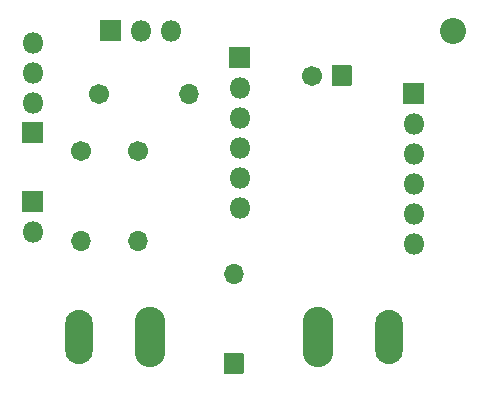
<source format=gts>
%TF.GenerationSoftware,KiCad,Pcbnew,(5.1.10)-1*%
%TF.CreationDate,2021-06-21T00:52:30-07:00*%
%TF.ProjectId,LED Matrix,4c454420-4d61-4747-9269-782e6b696361,v01*%
%TF.SameCoordinates,Original*%
%TF.FileFunction,Soldermask,Top*%
%TF.FilePolarity,Negative*%
%FSLAX46Y46*%
G04 Gerber Fmt 4.6, Leading zero omitted, Abs format (unit mm)*
G04 Created by KiCad (PCBNEW (5.1.10)-1) date 2021-06-21 00:52:30*
%MOMM*%
%LPD*%
G01*
G04 APERTURE LIST*
%ADD10C,2.201600*%
%ADD11C,1.701600*%
%ADD12O,2.351600X4.601600*%
%ADD13O,2.601600X5.101600*%
%ADD14O,1.801600X1.801600*%
%ADD15O,1.701600X1.701600*%
G04 APERTURE END LIST*
D10*
%TO.C,*%
X162052000Y-79248000D03*
%TD*%
%TO.C,C1*%
G36*
G01*
X153504800Y-82258000D02*
X153504800Y-83858000D01*
G75*
G02*
X153454000Y-83908800I-50800J0D01*
G01*
X151854000Y-83908800D01*
G75*
G02*
X151803200Y-83858000I0J50800D01*
G01*
X151803200Y-82258000D01*
G75*
G02*
X151854000Y-82207200I50800J0D01*
G01*
X153454000Y-82207200D01*
G75*
G02*
X153504800Y-82258000I0J-50800D01*
G01*
G37*
D11*
X150154000Y-83058000D03*
%TD*%
D12*
%TO.C,J1*%
X130398000Y-105156000D03*
D13*
X136398000Y-105156000D03*
%TD*%
D12*
%TO.C,J2*%
X156622000Y-105156000D03*
D13*
X150622000Y-105156000D03*
%TD*%
%TO.C,J3*%
G36*
G01*
X157849200Y-85432000D02*
X157849200Y-83732000D01*
G75*
G02*
X157900000Y-83681200I50800J0D01*
G01*
X159600000Y-83681200D01*
G75*
G02*
X159650800Y-83732000I0J-50800D01*
G01*
X159650800Y-85432000D01*
G75*
G02*
X159600000Y-85482800I-50800J0D01*
G01*
X157900000Y-85482800D01*
G75*
G02*
X157849200Y-85432000I0J50800D01*
G01*
G37*
D14*
X158750000Y-87122000D03*
X158750000Y-89662000D03*
X158750000Y-92202000D03*
X158750000Y-94742000D03*
X158750000Y-97282000D03*
%TD*%
%TO.C,J4*%
X144018000Y-94234000D03*
X144018000Y-91694000D03*
X144018000Y-89154000D03*
X144018000Y-86614000D03*
X144018000Y-84074000D03*
G36*
G01*
X143117200Y-82384000D02*
X143117200Y-80684000D01*
G75*
G02*
X143168000Y-80633200I50800J0D01*
G01*
X144868000Y-80633200D01*
G75*
G02*
X144918800Y-80684000I0J-50800D01*
G01*
X144918800Y-82384000D01*
G75*
G02*
X144868000Y-82434800I-50800J0D01*
G01*
X143168000Y-82434800D01*
G75*
G02*
X143117200Y-82384000I0J50800D01*
G01*
G37*
%TD*%
%TO.C,J5*%
G36*
G01*
X133946000Y-80148800D02*
X132246000Y-80148800D01*
G75*
G02*
X132195200Y-80098000I0J50800D01*
G01*
X132195200Y-78398000D01*
G75*
G02*
X132246000Y-78347200I50800J0D01*
G01*
X133946000Y-78347200D01*
G75*
G02*
X133996800Y-78398000I0J-50800D01*
G01*
X133996800Y-80098000D01*
G75*
G02*
X133946000Y-80148800I-50800J0D01*
G01*
G37*
X135636000Y-79248000D03*
X138176000Y-79248000D03*
%TD*%
%TO.C,J6*%
G36*
G01*
X125591200Y-94576000D02*
X125591200Y-92876000D01*
G75*
G02*
X125642000Y-92825200I50800J0D01*
G01*
X127342000Y-92825200D01*
G75*
G02*
X127392800Y-92876000I0J-50800D01*
G01*
X127392800Y-94576000D01*
G75*
G02*
X127342000Y-94626800I-50800J0D01*
G01*
X125642000Y-94626800D01*
G75*
G02*
X125591200Y-94576000I0J50800D01*
G01*
G37*
X126492000Y-96266000D03*
%TD*%
%TO.C,J7*%
G36*
G01*
X127392800Y-87034000D02*
X127392800Y-88734000D01*
G75*
G02*
X127342000Y-88784800I-50800J0D01*
G01*
X125642000Y-88784800D01*
G75*
G02*
X125591200Y-88734000I0J50800D01*
G01*
X125591200Y-87034000D01*
G75*
G02*
X125642000Y-86983200I50800J0D01*
G01*
X127342000Y-86983200D01*
G75*
G02*
X127392800Y-87034000I0J-50800D01*
G01*
G37*
X126492000Y-85344000D03*
X126492000Y-82804000D03*
X126492000Y-80264000D03*
%TD*%
D15*
%TO.C,R1*%
X139700000Y-84582000D03*
D11*
X132080000Y-84582000D03*
%TD*%
%TO.C,R2*%
X130556000Y-89408000D03*
D15*
X130556000Y-97028000D03*
%TD*%
D11*
%TO.C,R3*%
X135382000Y-89408000D03*
D15*
X135382000Y-97028000D03*
%TD*%
%TO.C,SW1*%
X143510000Y-99822000D03*
G36*
G01*
X144310000Y-108292800D02*
X142710000Y-108292800D01*
G75*
G02*
X142659200Y-108242000I0J50800D01*
G01*
X142659200Y-106642000D01*
G75*
G02*
X142710000Y-106591200I50800J0D01*
G01*
X144310000Y-106591200D01*
G75*
G02*
X144360800Y-106642000I0J-50800D01*
G01*
X144360800Y-108242000D01*
G75*
G02*
X144310000Y-108292800I-50800J0D01*
G01*
G37*
%TD*%
M02*

</source>
